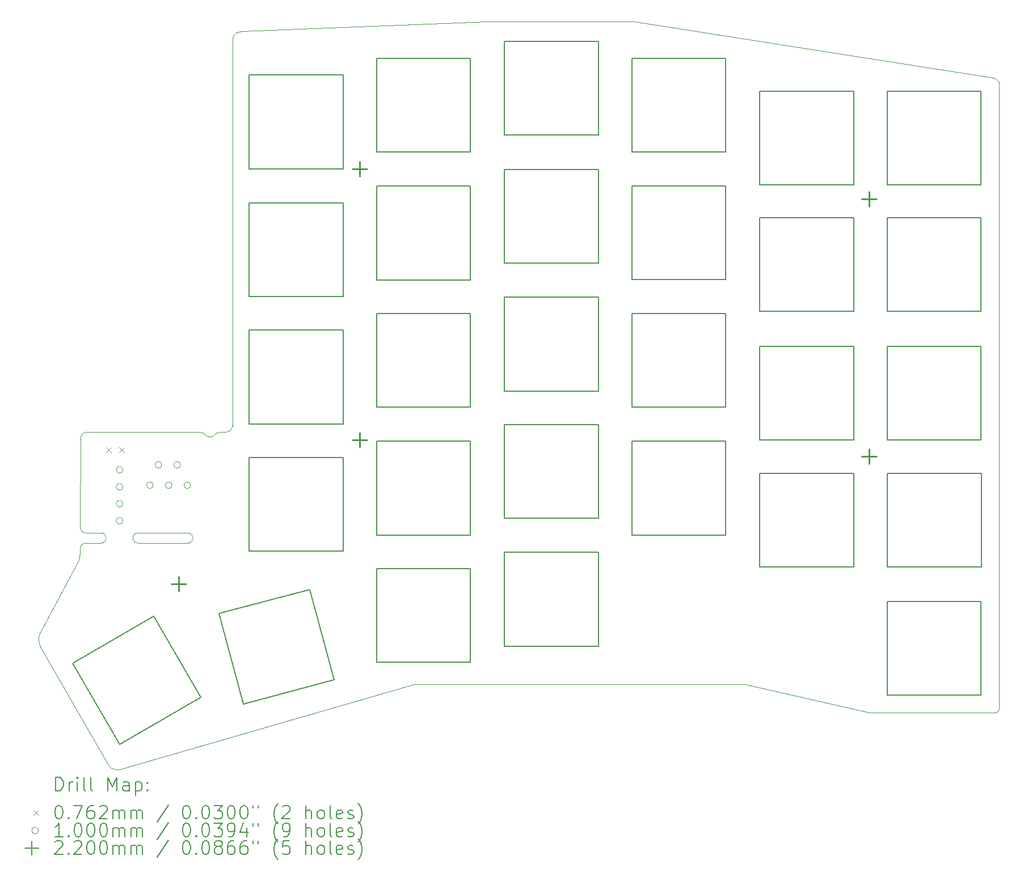
<source format=gbr>
%FSLAX45Y45*%
G04 Gerber Fmt 4.5, Leading zero omitted, Abs format (unit mm)*
G04 Created by KiCad (PCBNEW (6.0.2-0)) date 2022-02-19 09:24:20*
%MOMM*%
%LPD*%
G01*
G04 APERTURE LIST*
%TA.AperFunction,Profile*%
%ADD10C,0.150000*%
%TD*%
%TA.AperFunction,Profile*%
%ADD11C,0.100000*%
%TD*%
%ADD12C,0.200000*%
%ADD13C,0.076200*%
%ADD14C,0.100000*%
%ADD15C,0.220000*%
G04 APERTURE END LIST*
D10*
X10726718Y-13740718D02*
X9514282Y-14440718D01*
X10026718Y-12528282D02*
X10726718Y-13740718D01*
X9514282Y-14440718D02*
X8814282Y-13228282D01*
X8814282Y-13228282D02*
X10026718Y-12528282D01*
D11*
X22627888Y-4544281D02*
X22636528Y-4562367D01*
X9354500Y-14764500D02*
X8329500Y-12984500D01*
X17194500Y-3644500D02*
X22547044Y-4489015D01*
X8927026Y-11584500D02*
X8919500Y-11649500D01*
X9434500Y-14809500D02*
X9489500Y-14819500D01*
X8314500Y-12934500D02*
X8309500Y-12874500D01*
X9389500Y-14794500D02*
X9434500Y-14809500D01*
X22567211Y-4494178D02*
X22585687Y-4502647D01*
X8919500Y-11649500D02*
X8899500Y-11709500D01*
X8309500Y-12874500D02*
X8309500Y-12834500D01*
X9354500Y-14764500D02*
X9389500Y-14794500D01*
X22547044Y-4489015D02*
X22567211Y-4494178D01*
X22641938Y-4581957D02*
X22643818Y-4602690D01*
X8319500Y-12784500D02*
X8899500Y-11709500D01*
X22636528Y-4562367D02*
X22641938Y-4581957D01*
X14999500Y-3644500D02*
X11339500Y-3790000D01*
X13914913Y-13544500D02*
X18849500Y-13544500D01*
X8329500Y-12984500D02*
X8314500Y-12934500D01*
X8309500Y-12834500D02*
X8319500Y-12784500D01*
X13914913Y-13544500D02*
X9489500Y-14819500D01*
X22602162Y-4514060D02*
X22616332Y-4528058D01*
X14999500Y-3644500D02*
X17194500Y-3644500D01*
X22616332Y-4528058D02*
X22627888Y-4544281D01*
X8927518Y-11200082D02*
X8930000Y-9880000D01*
X22585687Y-4502647D02*
X22602162Y-4514060D01*
X22586574Y-13970482D02*
X20710530Y-13970482D01*
X22586574Y-13970482D02*
G75*
G03*
X22643980Y-13913597I508J56896D01*
G01*
X22643818Y-4602690D02*
X22643980Y-13913597D01*
D10*
X20968600Y-13704900D02*
X20968600Y-12304900D01*
X20968600Y-12304900D02*
X22368600Y-12304900D01*
X22368600Y-13704900D02*
X20968600Y-13704900D01*
D11*
X20710530Y-13970482D02*
X18849500Y-13544500D01*
D10*
X22368600Y-12304900D02*
X22368600Y-13704900D01*
X12849500Y-8254500D02*
X12849500Y-9654500D01*
X20469500Y-8494500D02*
X20469500Y-9894500D01*
X16659500Y-9163500D02*
X15259500Y-9163500D01*
X20969500Y-4684500D02*
X22369500Y-4684500D01*
X20974500Y-11794500D02*
X20974500Y-10394500D01*
X17159500Y-7498500D02*
X17159500Y-6098500D01*
X15259500Y-11573500D02*
X16659500Y-11573500D01*
X14749500Y-9914500D02*
X14749500Y-11314500D01*
D11*
X11020493Y-9780000D02*
G75*
G03*
X10941118Y-9810882I-1J-117445D01*
G01*
D10*
X20969500Y-6574500D02*
X22369500Y-6574500D01*
D11*
X11209500Y-3870000D02*
X11229500Y-3840000D01*
D10*
X22374500Y-10394500D02*
X22374500Y-11794500D01*
X19069500Y-10394500D02*
X20469500Y-10394500D01*
D11*
X11099500Y-9780000D02*
G75*
G03*
X11199500Y-9680000I0J100000D01*
G01*
D10*
X12716821Y-13479475D02*
X11364525Y-13841821D01*
D11*
X9030000Y-9780000D02*
X10709343Y-9780000D01*
D10*
X18559500Y-6098500D02*
X18559500Y-7498500D01*
D11*
X9788593Y-11283682D02*
G75*
G03*
X9788593Y-11436082I0J-76200D01*
G01*
D10*
X13349500Y-11814500D02*
X14749500Y-11814500D01*
X22374500Y-11794500D02*
X20974500Y-11794500D01*
X14749500Y-13214500D02*
X13349500Y-13214500D01*
X12354475Y-12127179D02*
X12716821Y-13479475D01*
X18559500Y-9914500D02*
X18559500Y-11314500D01*
X14749500Y-4194500D02*
X14749500Y-5594500D01*
X19069500Y-11794500D02*
X19069500Y-10394500D01*
X15259500Y-3944500D02*
X16659500Y-3944500D01*
X11449500Y-11554500D02*
X11449500Y-10154500D01*
X17159500Y-8004500D02*
X18559500Y-8004500D01*
D11*
X9239318Y-11436082D02*
G75*
G03*
X9239318Y-11283682I0J76200D01*
G01*
D10*
X17159500Y-9404500D02*
X17159500Y-8004500D01*
X13349500Y-11314500D02*
X13349500Y-9914500D01*
X16659500Y-5344500D02*
X15259500Y-5344500D01*
X15259500Y-12973500D02*
X15259500Y-11573500D01*
D11*
X8927026Y-11584500D02*
X8926718Y-11520291D01*
D10*
X20469500Y-10394500D02*
X20469500Y-11794500D01*
D11*
X11199500Y-3904500D02*
X11209500Y-3870000D01*
D10*
X17159500Y-11314500D02*
X17159500Y-9914500D01*
D11*
X10280718Y-11283682D02*
X10534718Y-11283682D01*
D10*
X22369500Y-7974500D02*
X20969500Y-7974500D01*
X19069500Y-7974500D02*
X19069500Y-6574500D01*
X11449500Y-5844500D02*
X11449500Y-4444500D01*
X20469500Y-4684500D02*
X20469500Y-6084500D01*
X13349500Y-9914500D02*
X14749500Y-9914500D01*
X18559500Y-8004500D02*
X18559500Y-9404500D01*
D11*
X10534718Y-11436082D02*
G75*
G03*
X10534718Y-11283682I0J76200D01*
G01*
D10*
X13349500Y-7504500D02*
X13349500Y-6104500D01*
X20469500Y-9894500D02*
X19069500Y-9894500D01*
X11002179Y-12489525D02*
X12354475Y-12127179D01*
X17159500Y-6098500D02*
X18559500Y-6098500D01*
X16659500Y-9663500D02*
X16659500Y-11063500D01*
D11*
X10788718Y-9810882D02*
G75*
G03*
X10709343Y-9780000I-79376J-86569D01*
G01*
X10788718Y-9810882D02*
G75*
G03*
X10941118Y-9810882I76200J45485D01*
G01*
D10*
X12849500Y-7754500D02*
X11449500Y-7754500D01*
X12849500Y-11554500D02*
X11449500Y-11554500D01*
X18559500Y-11314500D02*
X17159500Y-11314500D01*
X22369500Y-8494500D02*
X22369500Y-9894500D01*
X20969500Y-9894500D02*
X20969500Y-8494500D01*
X16659500Y-12973500D02*
X15259500Y-12973500D01*
X22369500Y-6574500D02*
X22369500Y-7974500D01*
X22369500Y-9894500D02*
X20969500Y-9894500D01*
X13349500Y-8004500D02*
X14749500Y-8004500D01*
X14749500Y-6104500D02*
X14749500Y-7504500D01*
D11*
X9030000Y-9780000D02*
G75*
G03*
X8930000Y-9880000I0J-100000D01*
G01*
D10*
X13349500Y-6104500D02*
X14749500Y-6104500D01*
X22369500Y-6084500D02*
X20969500Y-6084500D01*
D11*
X11229500Y-3840000D02*
X11249500Y-3820000D01*
D10*
X19069500Y-9894500D02*
X19069500Y-8494500D01*
X17159500Y-9914500D02*
X18559500Y-9914500D01*
X20969500Y-8494500D02*
X22369500Y-8494500D01*
X16659500Y-11063500D02*
X15259500Y-11063500D01*
X15259500Y-9163500D02*
X15259500Y-7763500D01*
X12849500Y-5844500D02*
X11449500Y-5844500D01*
D11*
X9010718Y-11436082D02*
G75*
G03*
X8926718Y-11520291I0J-84000D01*
G01*
D10*
X14749500Y-7504500D02*
X13349500Y-7504500D01*
X12849500Y-10154500D02*
X12849500Y-11554500D01*
X14749500Y-11814500D02*
X14749500Y-13214500D01*
D11*
X10534718Y-11436082D02*
X10280718Y-11436082D01*
D10*
X15259500Y-7763500D02*
X16659500Y-7763500D01*
D11*
X11269500Y-3810000D02*
X11299500Y-3800000D01*
D10*
X19069500Y-6574500D02*
X20469500Y-6574500D01*
X17159500Y-4198500D02*
X18559500Y-4198500D01*
X12849500Y-9654500D02*
X11449500Y-9654500D01*
X15259500Y-11063500D02*
X15259500Y-9663500D01*
X16659500Y-7763500D02*
X16659500Y-9163500D01*
X12849500Y-6354500D02*
X12849500Y-7754500D01*
X13349500Y-4194500D02*
X14749500Y-4194500D01*
X14749500Y-9404500D02*
X13349500Y-9404500D01*
X11449500Y-10154500D02*
X12849500Y-10154500D01*
X15259500Y-9663500D02*
X16659500Y-9663500D01*
X15259500Y-5344500D02*
X15259500Y-3944500D01*
X14749500Y-5594500D02*
X13349500Y-5594500D01*
X20469500Y-6084500D02*
X19069500Y-6084500D01*
D11*
X10280718Y-11436082D02*
X9788593Y-11436082D01*
D10*
X12849500Y-4444500D02*
X12849500Y-5844500D01*
X13349500Y-9404500D02*
X13349500Y-8004500D01*
X11364525Y-13841821D02*
X11002179Y-12489525D01*
D11*
X9239318Y-11436082D02*
X9010718Y-11436082D01*
D10*
X14749500Y-8004500D02*
X14749500Y-9404500D01*
D11*
X11199500Y-9680000D02*
X11199500Y-3904500D01*
D10*
X11449500Y-4444500D02*
X12849500Y-4444500D01*
X19069500Y-6084500D02*
X19069500Y-4684500D01*
D11*
X9788593Y-11283682D02*
X10280718Y-11283682D01*
D10*
X18559500Y-7498500D02*
X17159500Y-7498500D01*
X20469500Y-11794500D02*
X19069500Y-11794500D01*
X13349500Y-5594500D02*
X13349500Y-4194500D01*
X16659500Y-5853500D02*
X16659500Y-7253500D01*
X11449500Y-8254500D02*
X12849500Y-8254500D01*
X16659500Y-11573500D02*
X16659500Y-12973500D01*
X20469500Y-7974500D02*
X19069500Y-7974500D01*
X11449500Y-7754500D02*
X11449500Y-6354500D01*
X11449500Y-9654500D02*
X11449500Y-8254500D01*
X18559500Y-4198500D02*
X18559500Y-5598500D01*
D11*
X11249500Y-3820000D02*
X11269500Y-3810000D01*
D10*
X15259500Y-5853500D02*
X16659500Y-5853500D01*
D11*
X11020493Y-9780000D02*
X11099500Y-9780000D01*
D10*
X19069500Y-4684500D02*
X20469500Y-4684500D01*
X11449500Y-6354500D02*
X12849500Y-6354500D01*
X18559500Y-9404500D02*
X17159500Y-9404500D01*
X14749500Y-11314500D02*
X13349500Y-11314500D01*
X22369500Y-4684500D02*
X22369500Y-6084500D01*
D11*
X9010718Y-11283682D02*
X9239318Y-11283682D01*
D10*
X20969500Y-7974500D02*
X20969500Y-6574500D01*
X16659500Y-3944500D02*
X16659500Y-5344500D01*
D11*
X11299500Y-3800000D02*
X11339500Y-3790000D01*
D10*
X16659500Y-7253500D02*
X15259500Y-7253500D01*
X18559500Y-5598500D02*
X17159500Y-5598500D01*
X19069500Y-8494500D02*
X20469500Y-8494500D01*
X17159500Y-5598500D02*
X17159500Y-4198500D01*
X20974500Y-10394500D02*
X22374500Y-10394500D01*
X20969500Y-6084500D02*
X20969500Y-4684500D01*
D11*
X8927518Y-11200082D02*
G75*
G03*
X9010718Y-11283682I83671J70D01*
G01*
D10*
X15259500Y-7253500D02*
X15259500Y-5853500D01*
X13349500Y-13214500D02*
X13349500Y-11814500D01*
X20469500Y-6574500D02*
X20469500Y-7974500D01*
D12*
D13*
X9312499Y-10003150D02*
X9388699Y-10079350D01*
X9388699Y-10003150D02*
X9312499Y-10079350D01*
X9512499Y-10003150D02*
X9588699Y-10079350D01*
X9588699Y-10003150D02*
X9512499Y-10079350D01*
D14*
X9565599Y-10341250D02*
G75*
G03*
X9565599Y-10341250I-50000J0D01*
G01*
X9565599Y-10595250D02*
G75*
G03*
X9565599Y-10595250I-50000J0D01*
G01*
X9565599Y-10849250D02*
G75*
G03*
X9565599Y-10849250I-50000J0D01*
G01*
X9565599Y-11103250D02*
G75*
G03*
X9565599Y-11103250I-50000J0D01*
G01*
X10017700Y-10571300D02*
G75*
G03*
X10017700Y-10571300I-50000J0D01*
G01*
X10144700Y-10266500D02*
G75*
G03*
X10144700Y-10266500I-50000J0D01*
G01*
X10297100Y-10571300D02*
G75*
G03*
X10297100Y-10571300I-50000J0D01*
G01*
X10424100Y-10266500D02*
G75*
G03*
X10424100Y-10266500I-50000J0D01*
G01*
X10576500Y-10571300D02*
G75*
G03*
X10576500Y-10571300I-50000J0D01*
G01*
D15*
X10399500Y-11934500D02*
X10399500Y-12154500D01*
X10289500Y-12044500D02*
X10509500Y-12044500D01*
X13099500Y-5734500D02*
X13099500Y-5954500D01*
X12989500Y-5844500D02*
X13209500Y-5844500D01*
X13099500Y-9784500D02*
X13099500Y-10004500D01*
X12989500Y-9894500D02*
X13209500Y-9894500D01*
X20699500Y-6184500D02*
X20699500Y-6404500D01*
X20589500Y-6294500D02*
X20809500Y-6294500D01*
X20699500Y-10034500D02*
X20699500Y-10254500D01*
X20589500Y-10144500D02*
X20809500Y-10144500D01*
D12*
X8562119Y-15134976D02*
X8562119Y-14934976D01*
X8609738Y-14934976D01*
X8638310Y-14944500D01*
X8657357Y-14963548D01*
X8666881Y-14982595D01*
X8676405Y-15020690D01*
X8676405Y-15049262D01*
X8666881Y-15087357D01*
X8657357Y-15106405D01*
X8638310Y-15125452D01*
X8609738Y-15134976D01*
X8562119Y-15134976D01*
X8762119Y-15134976D02*
X8762119Y-15001643D01*
X8762119Y-15039738D02*
X8771643Y-15020690D01*
X8781167Y-15011167D01*
X8800214Y-15001643D01*
X8819262Y-15001643D01*
X8885929Y-15134976D02*
X8885929Y-15001643D01*
X8885929Y-14934976D02*
X8876405Y-14944500D01*
X8885929Y-14954024D01*
X8895452Y-14944500D01*
X8885929Y-14934976D01*
X8885929Y-14954024D01*
X9009738Y-15134976D02*
X8990690Y-15125452D01*
X8981167Y-15106405D01*
X8981167Y-14934976D01*
X9114500Y-15134976D02*
X9095452Y-15125452D01*
X9085929Y-15106405D01*
X9085929Y-14934976D01*
X9343071Y-15134976D02*
X9343071Y-14934976D01*
X9409738Y-15077833D01*
X9476405Y-14934976D01*
X9476405Y-15134976D01*
X9657357Y-15134976D02*
X9657357Y-15030214D01*
X9647833Y-15011167D01*
X9628786Y-15001643D01*
X9590690Y-15001643D01*
X9571643Y-15011167D01*
X9657357Y-15125452D02*
X9638310Y-15134976D01*
X9590690Y-15134976D01*
X9571643Y-15125452D01*
X9562119Y-15106405D01*
X9562119Y-15087357D01*
X9571643Y-15068309D01*
X9590690Y-15058786D01*
X9638310Y-15058786D01*
X9657357Y-15049262D01*
X9752595Y-15001643D02*
X9752595Y-15201643D01*
X9752595Y-15011167D02*
X9771643Y-15001643D01*
X9809738Y-15001643D01*
X9828786Y-15011167D01*
X9838310Y-15020690D01*
X9847833Y-15039738D01*
X9847833Y-15096881D01*
X9838310Y-15115928D01*
X9828786Y-15125452D01*
X9809738Y-15134976D01*
X9771643Y-15134976D01*
X9752595Y-15125452D01*
X9933548Y-15115928D02*
X9943071Y-15125452D01*
X9933548Y-15134976D01*
X9924024Y-15125452D01*
X9933548Y-15115928D01*
X9933548Y-15134976D01*
X9933548Y-15011167D02*
X9943071Y-15020690D01*
X9933548Y-15030214D01*
X9924024Y-15020690D01*
X9933548Y-15011167D01*
X9933548Y-15030214D01*
D13*
X8228300Y-15426400D02*
X8304500Y-15502600D01*
X8304500Y-15426400D02*
X8228300Y-15502600D01*
D12*
X8600214Y-15354976D02*
X8619262Y-15354976D01*
X8638310Y-15364500D01*
X8647833Y-15374024D01*
X8657357Y-15393071D01*
X8666881Y-15431167D01*
X8666881Y-15478786D01*
X8657357Y-15516881D01*
X8647833Y-15535928D01*
X8638310Y-15545452D01*
X8619262Y-15554976D01*
X8600214Y-15554976D01*
X8581167Y-15545452D01*
X8571643Y-15535928D01*
X8562119Y-15516881D01*
X8552595Y-15478786D01*
X8552595Y-15431167D01*
X8562119Y-15393071D01*
X8571643Y-15374024D01*
X8581167Y-15364500D01*
X8600214Y-15354976D01*
X8752595Y-15535928D02*
X8762119Y-15545452D01*
X8752595Y-15554976D01*
X8743071Y-15545452D01*
X8752595Y-15535928D01*
X8752595Y-15554976D01*
X8828786Y-15354976D02*
X8962119Y-15354976D01*
X8876405Y-15554976D01*
X9124024Y-15354976D02*
X9085929Y-15354976D01*
X9066881Y-15364500D01*
X9057357Y-15374024D01*
X9038310Y-15402595D01*
X9028786Y-15440690D01*
X9028786Y-15516881D01*
X9038310Y-15535928D01*
X9047833Y-15545452D01*
X9066881Y-15554976D01*
X9104976Y-15554976D01*
X9124024Y-15545452D01*
X9133548Y-15535928D01*
X9143071Y-15516881D01*
X9143071Y-15469262D01*
X9133548Y-15450214D01*
X9124024Y-15440690D01*
X9104976Y-15431167D01*
X9066881Y-15431167D01*
X9047833Y-15440690D01*
X9038310Y-15450214D01*
X9028786Y-15469262D01*
X9219262Y-15374024D02*
X9228786Y-15364500D01*
X9247833Y-15354976D01*
X9295452Y-15354976D01*
X9314500Y-15364500D01*
X9324024Y-15374024D01*
X9333548Y-15393071D01*
X9333548Y-15412119D01*
X9324024Y-15440690D01*
X9209738Y-15554976D01*
X9333548Y-15554976D01*
X9419262Y-15554976D02*
X9419262Y-15421643D01*
X9419262Y-15440690D02*
X9428786Y-15431167D01*
X9447833Y-15421643D01*
X9476405Y-15421643D01*
X9495452Y-15431167D01*
X9504976Y-15450214D01*
X9504976Y-15554976D01*
X9504976Y-15450214D02*
X9514500Y-15431167D01*
X9533548Y-15421643D01*
X9562119Y-15421643D01*
X9581167Y-15431167D01*
X9590690Y-15450214D01*
X9590690Y-15554976D01*
X9685929Y-15554976D02*
X9685929Y-15421643D01*
X9685929Y-15440690D02*
X9695452Y-15431167D01*
X9714500Y-15421643D01*
X9743071Y-15421643D01*
X9762119Y-15431167D01*
X9771643Y-15450214D01*
X9771643Y-15554976D01*
X9771643Y-15450214D02*
X9781167Y-15431167D01*
X9800214Y-15421643D01*
X9828786Y-15421643D01*
X9847833Y-15431167D01*
X9857357Y-15450214D01*
X9857357Y-15554976D01*
X10247833Y-15345452D02*
X10076405Y-15602595D01*
X10504976Y-15354976D02*
X10524024Y-15354976D01*
X10543071Y-15364500D01*
X10552595Y-15374024D01*
X10562119Y-15393071D01*
X10571643Y-15431167D01*
X10571643Y-15478786D01*
X10562119Y-15516881D01*
X10552595Y-15535928D01*
X10543071Y-15545452D01*
X10524024Y-15554976D01*
X10504976Y-15554976D01*
X10485929Y-15545452D01*
X10476405Y-15535928D01*
X10466881Y-15516881D01*
X10457357Y-15478786D01*
X10457357Y-15431167D01*
X10466881Y-15393071D01*
X10476405Y-15374024D01*
X10485929Y-15364500D01*
X10504976Y-15354976D01*
X10657357Y-15535928D02*
X10666881Y-15545452D01*
X10657357Y-15554976D01*
X10647833Y-15545452D01*
X10657357Y-15535928D01*
X10657357Y-15554976D01*
X10790690Y-15354976D02*
X10809738Y-15354976D01*
X10828786Y-15364500D01*
X10838310Y-15374024D01*
X10847833Y-15393071D01*
X10857357Y-15431167D01*
X10857357Y-15478786D01*
X10847833Y-15516881D01*
X10838310Y-15535928D01*
X10828786Y-15545452D01*
X10809738Y-15554976D01*
X10790690Y-15554976D01*
X10771643Y-15545452D01*
X10762119Y-15535928D01*
X10752595Y-15516881D01*
X10743071Y-15478786D01*
X10743071Y-15431167D01*
X10752595Y-15393071D01*
X10762119Y-15374024D01*
X10771643Y-15364500D01*
X10790690Y-15354976D01*
X10924024Y-15354976D02*
X11047833Y-15354976D01*
X10981167Y-15431167D01*
X11009738Y-15431167D01*
X11028786Y-15440690D01*
X11038310Y-15450214D01*
X11047833Y-15469262D01*
X11047833Y-15516881D01*
X11038310Y-15535928D01*
X11028786Y-15545452D01*
X11009738Y-15554976D01*
X10952595Y-15554976D01*
X10933548Y-15545452D01*
X10924024Y-15535928D01*
X11171643Y-15354976D02*
X11190690Y-15354976D01*
X11209738Y-15364500D01*
X11219262Y-15374024D01*
X11228786Y-15393071D01*
X11238309Y-15431167D01*
X11238309Y-15478786D01*
X11228786Y-15516881D01*
X11219262Y-15535928D01*
X11209738Y-15545452D01*
X11190690Y-15554976D01*
X11171643Y-15554976D01*
X11152595Y-15545452D01*
X11143071Y-15535928D01*
X11133548Y-15516881D01*
X11124024Y-15478786D01*
X11124024Y-15431167D01*
X11133548Y-15393071D01*
X11143071Y-15374024D01*
X11152595Y-15364500D01*
X11171643Y-15354976D01*
X11362119Y-15354976D02*
X11381167Y-15354976D01*
X11400214Y-15364500D01*
X11409738Y-15374024D01*
X11419262Y-15393071D01*
X11428786Y-15431167D01*
X11428786Y-15478786D01*
X11419262Y-15516881D01*
X11409738Y-15535928D01*
X11400214Y-15545452D01*
X11381167Y-15554976D01*
X11362119Y-15554976D01*
X11343071Y-15545452D01*
X11333548Y-15535928D01*
X11324024Y-15516881D01*
X11314500Y-15478786D01*
X11314500Y-15431167D01*
X11324024Y-15393071D01*
X11333548Y-15374024D01*
X11343071Y-15364500D01*
X11362119Y-15354976D01*
X11504976Y-15354976D02*
X11504976Y-15393071D01*
X11581167Y-15354976D02*
X11581167Y-15393071D01*
X11876405Y-15631167D02*
X11866881Y-15621643D01*
X11847833Y-15593071D01*
X11838309Y-15574024D01*
X11828786Y-15545452D01*
X11819262Y-15497833D01*
X11819262Y-15459738D01*
X11828786Y-15412119D01*
X11838309Y-15383548D01*
X11847833Y-15364500D01*
X11866881Y-15335928D01*
X11876405Y-15326405D01*
X11943071Y-15374024D02*
X11952595Y-15364500D01*
X11971643Y-15354976D01*
X12019262Y-15354976D01*
X12038309Y-15364500D01*
X12047833Y-15374024D01*
X12057357Y-15393071D01*
X12057357Y-15412119D01*
X12047833Y-15440690D01*
X11933548Y-15554976D01*
X12057357Y-15554976D01*
X12295452Y-15554976D02*
X12295452Y-15354976D01*
X12381167Y-15554976D02*
X12381167Y-15450214D01*
X12371643Y-15431167D01*
X12352595Y-15421643D01*
X12324024Y-15421643D01*
X12304976Y-15431167D01*
X12295452Y-15440690D01*
X12504976Y-15554976D02*
X12485928Y-15545452D01*
X12476405Y-15535928D01*
X12466881Y-15516881D01*
X12466881Y-15459738D01*
X12476405Y-15440690D01*
X12485928Y-15431167D01*
X12504976Y-15421643D01*
X12533548Y-15421643D01*
X12552595Y-15431167D01*
X12562119Y-15440690D01*
X12571643Y-15459738D01*
X12571643Y-15516881D01*
X12562119Y-15535928D01*
X12552595Y-15545452D01*
X12533548Y-15554976D01*
X12504976Y-15554976D01*
X12685928Y-15554976D02*
X12666881Y-15545452D01*
X12657357Y-15526405D01*
X12657357Y-15354976D01*
X12838309Y-15545452D02*
X12819262Y-15554976D01*
X12781167Y-15554976D01*
X12762119Y-15545452D01*
X12752595Y-15526405D01*
X12752595Y-15450214D01*
X12762119Y-15431167D01*
X12781167Y-15421643D01*
X12819262Y-15421643D01*
X12838309Y-15431167D01*
X12847833Y-15450214D01*
X12847833Y-15469262D01*
X12752595Y-15488309D01*
X12924024Y-15545452D02*
X12943071Y-15554976D01*
X12981167Y-15554976D01*
X13000214Y-15545452D01*
X13009738Y-15526405D01*
X13009738Y-15516881D01*
X13000214Y-15497833D01*
X12981167Y-15488309D01*
X12952595Y-15488309D01*
X12933548Y-15478786D01*
X12924024Y-15459738D01*
X12924024Y-15450214D01*
X12933548Y-15431167D01*
X12952595Y-15421643D01*
X12981167Y-15421643D01*
X13000214Y-15431167D01*
X13076405Y-15631167D02*
X13085928Y-15621643D01*
X13104976Y-15593071D01*
X13114500Y-15574024D01*
X13124024Y-15545452D01*
X13133548Y-15497833D01*
X13133548Y-15459738D01*
X13124024Y-15412119D01*
X13114500Y-15383548D01*
X13104976Y-15364500D01*
X13085928Y-15335928D01*
X13076405Y-15326405D01*
D14*
X8304500Y-15728500D02*
G75*
G03*
X8304500Y-15728500I-50000J0D01*
G01*
D12*
X8666881Y-15818976D02*
X8552595Y-15818976D01*
X8609738Y-15818976D02*
X8609738Y-15618976D01*
X8590690Y-15647548D01*
X8571643Y-15666595D01*
X8552595Y-15676119D01*
X8752595Y-15799928D02*
X8762119Y-15809452D01*
X8752595Y-15818976D01*
X8743071Y-15809452D01*
X8752595Y-15799928D01*
X8752595Y-15818976D01*
X8885929Y-15618976D02*
X8904976Y-15618976D01*
X8924024Y-15628500D01*
X8933548Y-15638024D01*
X8943071Y-15657071D01*
X8952595Y-15695167D01*
X8952595Y-15742786D01*
X8943071Y-15780881D01*
X8933548Y-15799928D01*
X8924024Y-15809452D01*
X8904976Y-15818976D01*
X8885929Y-15818976D01*
X8866881Y-15809452D01*
X8857357Y-15799928D01*
X8847833Y-15780881D01*
X8838310Y-15742786D01*
X8838310Y-15695167D01*
X8847833Y-15657071D01*
X8857357Y-15638024D01*
X8866881Y-15628500D01*
X8885929Y-15618976D01*
X9076405Y-15618976D02*
X9095452Y-15618976D01*
X9114500Y-15628500D01*
X9124024Y-15638024D01*
X9133548Y-15657071D01*
X9143071Y-15695167D01*
X9143071Y-15742786D01*
X9133548Y-15780881D01*
X9124024Y-15799928D01*
X9114500Y-15809452D01*
X9095452Y-15818976D01*
X9076405Y-15818976D01*
X9057357Y-15809452D01*
X9047833Y-15799928D01*
X9038310Y-15780881D01*
X9028786Y-15742786D01*
X9028786Y-15695167D01*
X9038310Y-15657071D01*
X9047833Y-15638024D01*
X9057357Y-15628500D01*
X9076405Y-15618976D01*
X9266881Y-15618976D02*
X9285929Y-15618976D01*
X9304976Y-15628500D01*
X9314500Y-15638024D01*
X9324024Y-15657071D01*
X9333548Y-15695167D01*
X9333548Y-15742786D01*
X9324024Y-15780881D01*
X9314500Y-15799928D01*
X9304976Y-15809452D01*
X9285929Y-15818976D01*
X9266881Y-15818976D01*
X9247833Y-15809452D01*
X9238310Y-15799928D01*
X9228786Y-15780881D01*
X9219262Y-15742786D01*
X9219262Y-15695167D01*
X9228786Y-15657071D01*
X9238310Y-15638024D01*
X9247833Y-15628500D01*
X9266881Y-15618976D01*
X9419262Y-15818976D02*
X9419262Y-15685643D01*
X9419262Y-15704690D02*
X9428786Y-15695167D01*
X9447833Y-15685643D01*
X9476405Y-15685643D01*
X9495452Y-15695167D01*
X9504976Y-15714214D01*
X9504976Y-15818976D01*
X9504976Y-15714214D02*
X9514500Y-15695167D01*
X9533548Y-15685643D01*
X9562119Y-15685643D01*
X9581167Y-15695167D01*
X9590690Y-15714214D01*
X9590690Y-15818976D01*
X9685929Y-15818976D02*
X9685929Y-15685643D01*
X9685929Y-15704690D02*
X9695452Y-15695167D01*
X9714500Y-15685643D01*
X9743071Y-15685643D01*
X9762119Y-15695167D01*
X9771643Y-15714214D01*
X9771643Y-15818976D01*
X9771643Y-15714214D02*
X9781167Y-15695167D01*
X9800214Y-15685643D01*
X9828786Y-15685643D01*
X9847833Y-15695167D01*
X9857357Y-15714214D01*
X9857357Y-15818976D01*
X10247833Y-15609452D02*
X10076405Y-15866595D01*
X10504976Y-15618976D02*
X10524024Y-15618976D01*
X10543071Y-15628500D01*
X10552595Y-15638024D01*
X10562119Y-15657071D01*
X10571643Y-15695167D01*
X10571643Y-15742786D01*
X10562119Y-15780881D01*
X10552595Y-15799928D01*
X10543071Y-15809452D01*
X10524024Y-15818976D01*
X10504976Y-15818976D01*
X10485929Y-15809452D01*
X10476405Y-15799928D01*
X10466881Y-15780881D01*
X10457357Y-15742786D01*
X10457357Y-15695167D01*
X10466881Y-15657071D01*
X10476405Y-15638024D01*
X10485929Y-15628500D01*
X10504976Y-15618976D01*
X10657357Y-15799928D02*
X10666881Y-15809452D01*
X10657357Y-15818976D01*
X10647833Y-15809452D01*
X10657357Y-15799928D01*
X10657357Y-15818976D01*
X10790690Y-15618976D02*
X10809738Y-15618976D01*
X10828786Y-15628500D01*
X10838310Y-15638024D01*
X10847833Y-15657071D01*
X10857357Y-15695167D01*
X10857357Y-15742786D01*
X10847833Y-15780881D01*
X10838310Y-15799928D01*
X10828786Y-15809452D01*
X10809738Y-15818976D01*
X10790690Y-15818976D01*
X10771643Y-15809452D01*
X10762119Y-15799928D01*
X10752595Y-15780881D01*
X10743071Y-15742786D01*
X10743071Y-15695167D01*
X10752595Y-15657071D01*
X10762119Y-15638024D01*
X10771643Y-15628500D01*
X10790690Y-15618976D01*
X10924024Y-15618976D02*
X11047833Y-15618976D01*
X10981167Y-15695167D01*
X11009738Y-15695167D01*
X11028786Y-15704690D01*
X11038310Y-15714214D01*
X11047833Y-15733262D01*
X11047833Y-15780881D01*
X11038310Y-15799928D01*
X11028786Y-15809452D01*
X11009738Y-15818976D01*
X10952595Y-15818976D01*
X10933548Y-15809452D01*
X10924024Y-15799928D01*
X11143071Y-15818976D02*
X11181167Y-15818976D01*
X11200214Y-15809452D01*
X11209738Y-15799928D01*
X11228786Y-15771357D01*
X11238309Y-15733262D01*
X11238309Y-15657071D01*
X11228786Y-15638024D01*
X11219262Y-15628500D01*
X11200214Y-15618976D01*
X11162119Y-15618976D01*
X11143071Y-15628500D01*
X11133548Y-15638024D01*
X11124024Y-15657071D01*
X11124024Y-15704690D01*
X11133548Y-15723738D01*
X11143071Y-15733262D01*
X11162119Y-15742786D01*
X11200214Y-15742786D01*
X11219262Y-15733262D01*
X11228786Y-15723738D01*
X11238309Y-15704690D01*
X11409738Y-15685643D02*
X11409738Y-15818976D01*
X11362119Y-15609452D02*
X11314500Y-15752309D01*
X11438309Y-15752309D01*
X11504976Y-15618976D02*
X11504976Y-15657071D01*
X11581167Y-15618976D02*
X11581167Y-15657071D01*
X11876405Y-15895167D02*
X11866881Y-15885643D01*
X11847833Y-15857071D01*
X11838309Y-15838024D01*
X11828786Y-15809452D01*
X11819262Y-15761833D01*
X11819262Y-15723738D01*
X11828786Y-15676119D01*
X11838309Y-15647548D01*
X11847833Y-15628500D01*
X11866881Y-15599928D01*
X11876405Y-15590405D01*
X11962119Y-15818976D02*
X12000214Y-15818976D01*
X12019262Y-15809452D01*
X12028786Y-15799928D01*
X12047833Y-15771357D01*
X12057357Y-15733262D01*
X12057357Y-15657071D01*
X12047833Y-15638024D01*
X12038309Y-15628500D01*
X12019262Y-15618976D01*
X11981167Y-15618976D01*
X11962119Y-15628500D01*
X11952595Y-15638024D01*
X11943071Y-15657071D01*
X11943071Y-15704690D01*
X11952595Y-15723738D01*
X11962119Y-15733262D01*
X11981167Y-15742786D01*
X12019262Y-15742786D01*
X12038309Y-15733262D01*
X12047833Y-15723738D01*
X12057357Y-15704690D01*
X12295452Y-15818976D02*
X12295452Y-15618976D01*
X12381167Y-15818976D02*
X12381167Y-15714214D01*
X12371643Y-15695167D01*
X12352595Y-15685643D01*
X12324024Y-15685643D01*
X12304976Y-15695167D01*
X12295452Y-15704690D01*
X12504976Y-15818976D02*
X12485928Y-15809452D01*
X12476405Y-15799928D01*
X12466881Y-15780881D01*
X12466881Y-15723738D01*
X12476405Y-15704690D01*
X12485928Y-15695167D01*
X12504976Y-15685643D01*
X12533548Y-15685643D01*
X12552595Y-15695167D01*
X12562119Y-15704690D01*
X12571643Y-15723738D01*
X12571643Y-15780881D01*
X12562119Y-15799928D01*
X12552595Y-15809452D01*
X12533548Y-15818976D01*
X12504976Y-15818976D01*
X12685928Y-15818976D02*
X12666881Y-15809452D01*
X12657357Y-15790405D01*
X12657357Y-15618976D01*
X12838309Y-15809452D02*
X12819262Y-15818976D01*
X12781167Y-15818976D01*
X12762119Y-15809452D01*
X12752595Y-15790405D01*
X12752595Y-15714214D01*
X12762119Y-15695167D01*
X12781167Y-15685643D01*
X12819262Y-15685643D01*
X12838309Y-15695167D01*
X12847833Y-15714214D01*
X12847833Y-15733262D01*
X12752595Y-15752309D01*
X12924024Y-15809452D02*
X12943071Y-15818976D01*
X12981167Y-15818976D01*
X13000214Y-15809452D01*
X13009738Y-15790405D01*
X13009738Y-15780881D01*
X13000214Y-15761833D01*
X12981167Y-15752309D01*
X12952595Y-15752309D01*
X12933548Y-15742786D01*
X12924024Y-15723738D01*
X12924024Y-15714214D01*
X12933548Y-15695167D01*
X12952595Y-15685643D01*
X12981167Y-15685643D01*
X13000214Y-15695167D01*
X13076405Y-15895167D02*
X13085928Y-15885643D01*
X13104976Y-15857071D01*
X13114500Y-15838024D01*
X13124024Y-15809452D01*
X13133548Y-15761833D01*
X13133548Y-15723738D01*
X13124024Y-15676119D01*
X13114500Y-15647548D01*
X13104976Y-15628500D01*
X13085928Y-15599928D01*
X13076405Y-15590405D01*
X8204500Y-15892500D02*
X8204500Y-16092500D01*
X8104500Y-15992500D02*
X8304500Y-15992500D01*
X8552595Y-15902024D02*
X8562119Y-15892500D01*
X8581167Y-15882976D01*
X8628786Y-15882976D01*
X8647833Y-15892500D01*
X8657357Y-15902024D01*
X8666881Y-15921071D01*
X8666881Y-15940119D01*
X8657357Y-15968690D01*
X8543071Y-16082976D01*
X8666881Y-16082976D01*
X8752595Y-16063928D02*
X8762119Y-16073452D01*
X8752595Y-16082976D01*
X8743071Y-16073452D01*
X8752595Y-16063928D01*
X8752595Y-16082976D01*
X8838310Y-15902024D02*
X8847833Y-15892500D01*
X8866881Y-15882976D01*
X8914500Y-15882976D01*
X8933548Y-15892500D01*
X8943071Y-15902024D01*
X8952595Y-15921071D01*
X8952595Y-15940119D01*
X8943071Y-15968690D01*
X8828786Y-16082976D01*
X8952595Y-16082976D01*
X9076405Y-15882976D02*
X9095452Y-15882976D01*
X9114500Y-15892500D01*
X9124024Y-15902024D01*
X9133548Y-15921071D01*
X9143071Y-15959167D01*
X9143071Y-16006786D01*
X9133548Y-16044881D01*
X9124024Y-16063928D01*
X9114500Y-16073452D01*
X9095452Y-16082976D01*
X9076405Y-16082976D01*
X9057357Y-16073452D01*
X9047833Y-16063928D01*
X9038310Y-16044881D01*
X9028786Y-16006786D01*
X9028786Y-15959167D01*
X9038310Y-15921071D01*
X9047833Y-15902024D01*
X9057357Y-15892500D01*
X9076405Y-15882976D01*
X9266881Y-15882976D02*
X9285929Y-15882976D01*
X9304976Y-15892500D01*
X9314500Y-15902024D01*
X9324024Y-15921071D01*
X9333548Y-15959167D01*
X9333548Y-16006786D01*
X9324024Y-16044881D01*
X9314500Y-16063928D01*
X9304976Y-16073452D01*
X9285929Y-16082976D01*
X9266881Y-16082976D01*
X9247833Y-16073452D01*
X9238310Y-16063928D01*
X9228786Y-16044881D01*
X9219262Y-16006786D01*
X9219262Y-15959167D01*
X9228786Y-15921071D01*
X9238310Y-15902024D01*
X9247833Y-15892500D01*
X9266881Y-15882976D01*
X9419262Y-16082976D02*
X9419262Y-15949643D01*
X9419262Y-15968690D02*
X9428786Y-15959167D01*
X9447833Y-15949643D01*
X9476405Y-15949643D01*
X9495452Y-15959167D01*
X9504976Y-15978214D01*
X9504976Y-16082976D01*
X9504976Y-15978214D02*
X9514500Y-15959167D01*
X9533548Y-15949643D01*
X9562119Y-15949643D01*
X9581167Y-15959167D01*
X9590690Y-15978214D01*
X9590690Y-16082976D01*
X9685929Y-16082976D02*
X9685929Y-15949643D01*
X9685929Y-15968690D02*
X9695452Y-15959167D01*
X9714500Y-15949643D01*
X9743071Y-15949643D01*
X9762119Y-15959167D01*
X9771643Y-15978214D01*
X9771643Y-16082976D01*
X9771643Y-15978214D02*
X9781167Y-15959167D01*
X9800214Y-15949643D01*
X9828786Y-15949643D01*
X9847833Y-15959167D01*
X9857357Y-15978214D01*
X9857357Y-16082976D01*
X10247833Y-15873452D02*
X10076405Y-16130595D01*
X10504976Y-15882976D02*
X10524024Y-15882976D01*
X10543071Y-15892500D01*
X10552595Y-15902024D01*
X10562119Y-15921071D01*
X10571643Y-15959167D01*
X10571643Y-16006786D01*
X10562119Y-16044881D01*
X10552595Y-16063928D01*
X10543071Y-16073452D01*
X10524024Y-16082976D01*
X10504976Y-16082976D01*
X10485929Y-16073452D01*
X10476405Y-16063928D01*
X10466881Y-16044881D01*
X10457357Y-16006786D01*
X10457357Y-15959167D01*
X10466881Y-15921071D01*
X10476405Y-15902024D01*
X10485929Y-15892500D01*
X10504976Y-15882976D01*
X10657357Y-16063928D02*
X10666881Y-16073452D01*
X10657357Y-16082976D01*
X10647833Y-16073452D01*
X10657357Y-16063928D01*
X10657357Y-16082976D01*
X10790690Y-15882976D02*
X10809738Y-15882976D01*
X10828786Y-15892500D01*
X10838310Y-15902024D01*
X10847833Y-15921071D01*
X10857357Y-15959167D01*
X10857357Y-16006786D01*
X10847833Y-16044881D01*
X10838310Y-16063928D01*
X10828786Y-16073452D01*
X10809738Y-16082976D01*
X10790690Y-16082976D01*
X10771643Y-16073452D01*
X10762119Y-16063928D01*
X10752595Y-16044881D01*
X10743071Y-16006786D01*
X10743071Y-15959167D01*
X10752595Y-15921071D01*
X10762119Y-15902024D01*
X10771643Y-15892500D01*
X10790690Y-15882976D01*
X10971643Y-15968690D02*
X10952595Y-15959167D01*
X10943071Y-15949643D01*
X10933548Y-15930595D01*
X10933548Y-15921071D01*
X10943071Y-15902024D01*
X10952595Y-15892500D01*
X10971643Y-15882976D01*
X11009738Y-15882976D01*
X11028786Y-15892500D01*
X11038310Y-15902024D01*
X11047833Y-15921071D01*
X11047833Y-15930595D01*
X11038310Y-15949643D01*
X11028786Y-15959167D01*
X11009738Y-15968690D01*
X10971643Y-15968690D01*
X10952595Y-15978214D01*
X10943071Y-15987738D01*
X10933548Y-16006786D01*
X10933548Y-16044881D01*
X10943071Y-16063928D01*
X10952595Y-16073452D01*
X10971643Y-16082976D01*
X11009738Y-16082976D01*
X11028786Y-16073452D01*
X11038310Y-16063928D01*
X11047833Y-16044881D01*
X11047833Y-16006786D01*
X11038310Y-15987738D01*
X11028786Y-15978214D01*
X11009738Y-15968690D01*
X11219262Y-15882976D02*
X11181167Y-15882976D01*
X11162119Y-15892500D01*
X11152595Y-15902024D01*
X11133548Y-15930595D01*
X11124024Y-15968690D01*
X11124024Y-16044881D01*
X11133548Y-16063928D01*
X11143071Y-16073452D01*
X11162119Y-16082976D01*
X11200214Y-16082976D01*
X11219262Y-16073452D01*
X11228786Y-16063928D01*
X11238309Y-16044881D01*
X11238309Y-15997262D01*
X11228786Y-15978214D01*
X11219262Y-15968690D01*
X11200214Y-15959167D01*
X11162119Y-15959167D01*
X11143071Y-15968690D01*
X11133548Y-15978214D01*
X11124024Y-15997262D01*
X11409738Y-15882976D02*
X11371643Y-15882976D01*
X11352595Y-15892500D01*
X11343071Y-15902024D01*
X11324024Y-15930595D01*
X11314500Y-15968690D01*
X11314500Y-16044881D01*
X11324024Y-16063928D01*
X11333548Y-16073452D01*
X11352595Y-16082976D01*
X11390690Y-16082976D01*
X11409738Y-16073452D01*
X11419262Y-16063928D01*
X11428786Y-16044881D01*
X11428786Y-15997262D01*
X11419262Y-15978214D01*
X11409738Y-15968690D01*
X11390690Y-15959167D01*
X11352595Y-15959167D01*
X11333548Y-15968690D01*
X11324024Y-15978214D01*
X11314500Y-15997262D01*
X11504976Y-15882976D02*
X11504976Y-15921071D01*
X11581167Y-15882976D02*
X11581167Y-15921071D01*
X11876405Y-16159167D02*
X11866881Y-16149643D01*
X11847833Y-16121071D01*
X11838309Y-16102024D01*
X11828786Y-16073452D01*
X11819262Y-16025833D01*
X11819262Y-15987738D01*
X11828786Y-15940119D01*
X11838309Y-15911548D01*
X11847833Y-15892500D01*
X11866881Y-15863928D01*
X11876405Y-15854405D01*
X12047833Y-15882976D02*
X11952595Y-15882976D01*
X11943071Y-15978214D01*
X11952595Y-15968690D01*
X11971643Y-15959167D01*
X12019262Y-15959167D01*
X12038309Y-15968690D01*
X12047833Y-15978214D01*
X12057357Y-15997262D01*
X12057357Y-16044881D01*
X12047833Y-16063928D01*
X12038309Y-16073452D01*
X12019262Y-16082976D01*
X11971643Y-16082976D01*
X11952595Y-16073452D01*
X11943071Y-16063928D01*
X12295452Y-16082976D02*
X12295452Y-15882976D01*
X12381167Y-16082976D02*
X12381167Y-15978214D01*
X12371643Y-15959167D01*
X12352595Y-15949643D01*
X12324024Y-15949643D01*
X12304976Y-15959167D01*
X12295452Y-15968690D01*
X12504976Y-16082976D02*
X12485928Y-16073452D01*
X12476405Y-16063928D01*
X12466881Y-16044881D01*
X12466881Y-15987738D01*
X12476405Y-15968690D01*
X12485928Y-15959167D01*
X12504976Y-15949643D01*
X12533548Y-15949643D01*
X12552595Y-15959167D01*
X12562119Y-15968690D01*
X12571643Y-15987738D01*
X12571643Y-16044881D01*
X12562119Y-16063928D01*
X12552595Y-16073452D01*
X12533548Y-16082976D01*
X12504976Y-16082976D01*
X12685928Y-16082976D02*
X12666881Y-16073452D01*
X12657357Y-16054405D01*
X12657357Y-15882976D01*
X12838309Y-16073452D02*
X12819262Y-16082976D01*
X12781167Y-16082976D01*
X12762119Y-16073452D01*
X12752595Y-16054405D01*
X12752595Y-15978214D01*
X12762119Y-15959167D01*
X12781167Y-15949643D01*
X12819262Y-15949643D01*
X12838309Y-15959167D01*
X12847833Y-15978214D01*
X12847833Y-15997262D01*
X12752595Y-16016309D01*
X12924024Y-16073452D02*
X12943071Y-16082976D01*
X12981167Y-16082976D01*
X13000214Y-16073452D01*
X13009738Y-16054405D01*
X13009738Y-16044881D01*
X13000214Y-16025833D01*
X12981167Y-16016309D01*
X12952595Y-16016309D01*
X12933548Y-16006786D01*
X12924024Y-15987738D01*
X12924024Y-15978214D01*
X12933548Y-15959167D01*
X12952595Y-15949643D01*
X12981167Y-15949643D01*
X13000214Y-15959167D01*
X13076405Y-16159167D02*
X13085928Y-16149643D01*
X13104976Y-16121071D01*
X13114500Y-16102024D01*
X13124024Y-16073452D01*
X13133548Y-16025833D01*
X13133548Y-15987738D01*
X13124024Y-15940119D01*
X13114500Y-15911548D01*
X13104976Y-15892500D01*
X13085928Y-15863928D01*
X13076405Y-15854405D01*
M02*

</source>
